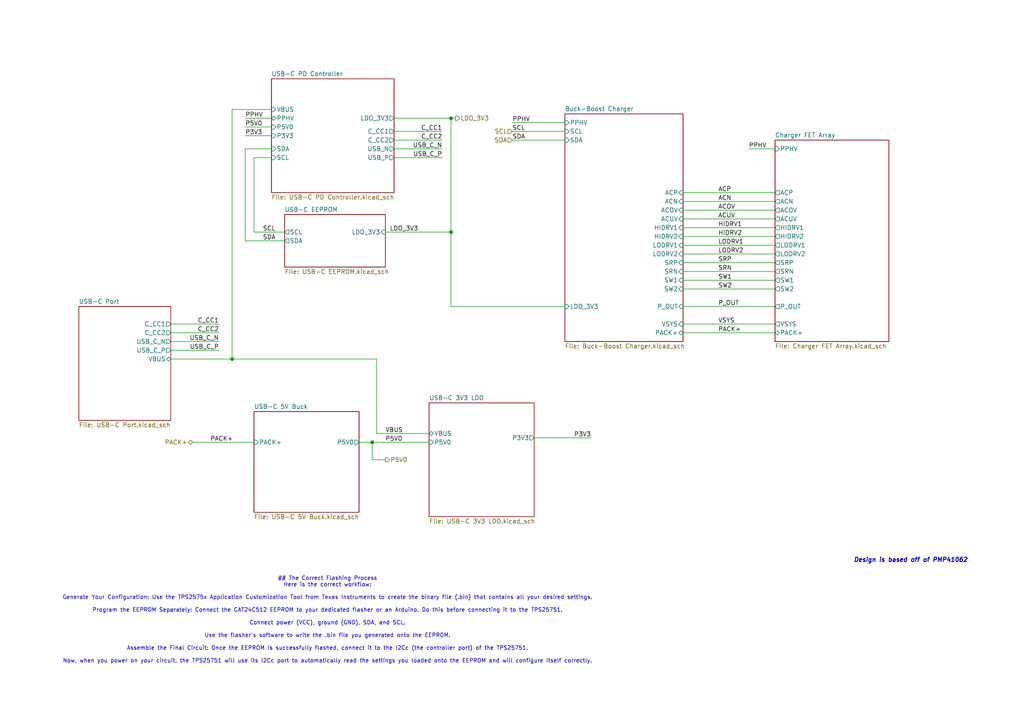
<source format=kicad_sch>
(kicad_sch
	(version 20250114)
	(generator "eeschema")
	(generator_version "9.0")
	(uuid "a07c6ed2-9c1e-47f0-8667-84577d69300d")
	(paper "A4")
	(lib_symbols)
	(text "Design is based off of PMP41062"
		(exclude_from_sim no)
		(at 264.16 162.56 0)
		(effects
			(font
				(size 1.27 1.27)
				(thickness 0.254)
				(bold yes)
				(italic yes)
			)
		)
		(uuid "9ebd4b4c-eb36-4e79-b3a9-2c5f7c6440e2")
	)
	(text "## The Correct Flashing Process\nHere is the correct workflow:\n\nGenerate Your Configuration: Use the TPS2575x Application Customization Tool from Texas Instruments to create the binary file (.bin) that contains all your desired settings.\n\nProgram the EEPROM Separately: Connect the CAT24C512 EEPROM to your dedicated flasher or an Arduino. Do this before connecting it to the TPS25751.\n\nConnect power (VCC), ground (GND), SDA, and SCL.\n\nUse the flasher's software to write the .bin file you generated onto the EEPROM.\n\nAssemble the Final Circuit: Once the EEPROM is successfully flashed, connect it to the I2Cc (the controller port) of the TPS25751.\n\nNow, when you power on your circuit, the TPS25751 will use its I2Cc port to automatically read the settings you loaded onto the EEPROM and will configure itself correctly."
		(exclude_from_sim no)
		(at 94.996 179.832 0)
		(effects
			(font
				(size 1.143 1.143)
			)
		)
		(uuid "d850ea21-8d68-4ef7-8295-fa9cd422aeea")
	)
	(junction
		(at 107.95 128.27)
		(diameter 0)
		(color 0 0 0 0)
		(uuid "3d9ed44d-fbe8-4a02-b882-9a60c3610a31")
	)
	(junction
		(at 130.81 67.31)
		(diameter 0)
		(color 0 0 0 0)
		(uuid "4b827c64-7a2a-4f4a-852c-1699de519126")
	)
	(junction
		(at 67.31 104.14)
		(diameter 0)
		(color 0 0 0 0)
		(uuid "9c89f3e8-c282-4b5d-b6aa-804652ca5709")
	)
	(junction
		(at 130.81 34.29)
		(diameter 0)
		(color 0 0 0 0)
		(uuid "bf7f86cd-ef8a-45ab-93a9-aeaf3f381e2c")
	)
	(wire
		(pts
			(xy 111.76 67.31) (xy 130.81 67.31)
		)
		(stroke
			(width 0)
			(type default)
		)
		(uuid "0a567867-f53f-47e2-a5dd-1556737e6340")
	)
	(wire
		(pts
			(xy 130.81 88.9) (xy 163.83 88.9)
		)
		(stroke
			(width 0)
			(type default)
		)
		(uuid "0ff9c88b-4edf-41e8-861c-dcd72f445795")
	)
	(wire
		(pts
			(xy 217.17 43.18) (xy 224.79 43.18)
		)
		(stroke
			(width 0)
			(type default)
		)
		(uuid "17b94930-09c0-4c20-be74-76bb6ea9e1fb")
	)
	(wire
		(pts
			(xy 49.53 96.52) (xy 63.5 96.52)
		)
		(stroke
			(width 0)
			(type default)
		)
		(uuid "1cf473e0-07f6-4411-9db0-1875bb73fb8e")
	)
	(wire
		(pts
			(xy 71.12 36.83) (xy 78.74 36.83)
		)
		(stroke
			(width 0)
			(type default)
		)
		(uuid "1e0566b0-c836-4aae-b889-df71453a9f2e")
	)
	(wire
		(pts
			(xy 198.12 83.82) (xy 224.79 83.82)
		)
		(stroke
			(width 0)
			(type default)
		)
		(uuid "1f4d109f-37f4-47be-9ef7-bcec1873008f")
	)
	(wire
		(pts
			(xy 154.94 127) (xy 171.45 127)
		)
		(stroke
			(width 0)
			(type default)
		)
		(uuid "250fa48b-3b76-44a2-ba4e-fb23c8d94272")
	)
	(wire
		(pts
			(xy 198.12 93.98) (xy 224.79 93.98)
		)
		(stroke
			(width 0)
			(type default)
		)
		(uuid "2730df7b-a8d0-4ff9-8495-f532eba31f02")
	)
	(wire
		(pts
			(xy 71.12 69.85) (xy 71.12 43.18)
		)
		(stroke
			(width 0)
			(type default)
		)
		(uuid "2d233a8f-11e8-46ff-a899-059c7813485b")
	)
	(wire
		(pts
			(xy 49.53 104.14) (xy 67.31 104.14)
		)
		(stroke
			(width 0)
			(type default)
		)
		(uuid "2e905276-62e9-403e-a9cb-6d2e5118f5d1")
	)
	(wire
		(pts
			(xy 114.3 40.64) (xy 128.27 40.64)
		)
		(stroke
			(width 0)
			(type default)
		)
		(uuid "3198b82e-4081-48c9-b8a4-48779be5e1ed")
	)
	(wire
		(pts
			(xy 198.12 96.52) (xy 224.79 96.52)
		)
		(stroke
			(width 0)
			(type default)
		)
		(uuid "3a14b117-16d4-404d-bf6c-508798c26ea7")
	)
	(wire
		(pts
			(xy 104.14 128.27) (xy 107.95 128.27)
		)
		(stroke
			(width 0)
			(type default)
		)
		(uuid "3b74caff-4753-413a-9dc9-a2dc99219fd4")
	)
	(wire
		(pts
			(xy 78.74 45.72) (xy 73.66 45.72)
		)
		(stroke
			(width 0)
			(type default)
		)
		(uuid "4d0a9d7f-988d-44ee-af08-27c7d4fd81a4")
	)
	(wire
		(pts
			(xy 78.74 31.75) (xy 67.31 31.75)
		)
		(stroke
			(width 0)
			(type default)
		)
		(uuid "4d8ce13f-ecbd-4376-8169-489078eb2fba")
	)
	(wire
		(pts
			(xy 198.12 81.28) (xy 224.79 81.28)
		)
		(stroke
			(width 0)
			(type default)
		)
		(uuid "4e6a029c-90fe-49a0-a5c6-6785d2f2e08c")
	)
	(wire
		(pts
			(xy 107.95 128.27) (xy 124.46 128.27)
		)
		(stroke
			(width 0)
			(type default)
		)
		(uuid "53ec6f18-24be-4625-a3f2-1d778a3e8cb9")
	)
	(wire
		(pts
			(xy 198.12 71.12) (xy 224.79 71.12)
		)
		(stroke
			(width 0)
			(type default)
		)
		(uuid "584c6327-dc6f-4f03-9e2c-1e54eaa32171")
	)
	(wire
		(pts
			(xy 73.66 67.31) (xy 82.55 67.31)
		)
		(stroke
			(width 0)
			(type default)
		)
		(uuid "5e4cb1b3-ebde-4c6e-852b-3a70133fd1b1")
	)
	(wire
		(pts
			(xy 71.12 39.37) (xy 78.74 39.37)
		)
		(stroke
			(width 0)
			(type default)
		)
		(uuid "6028e28b-14cb-4ecc-b1ca-ee1c13b11195")
	)
	(wire
		(pts
			(xy 198.12 63.5) (xy 224.79 63.5)
		)
		(stroke
			(width 0)
			(type default)
		)
		(uuid "613a01e6-80f8-45a4-a825-33a2c86558b8")
	)
	(wire
		(pts
			(xy 114.3 45.72) (xy 128.27 45.72)
		)
		(stroke
			(width 0)
			(type default)
		)
		(uuid "62717d2f-49d6-48f9-98fc-dfb893fde95e")
	)
	(wire
		(pts
			(xy 55.88 128.27) (xy 73.66 128.27)
		)
		(stroke
			(width 0)
			(type default)
		)
		(uuid "6f035944-1007-4cd0-aa42-41ad7842c4c8")
	)
	(wire
		(pts
			(xy 198.12 78.74) (xy 224.79 78.74)
		)
		(stroke
			(width 0)
			(type default)
		)
		(uuid "73da4967-8be3-4014-bc99-8530e47a62af")
	)
	(wire
		(pts
			(xy 49.53 101.6) (xy 63.5 101.6)
		)
		(stroke
			(width 0)
			(type default)
		)
		(uuid "7dac0dc7-6e42-433b-8363-6b73402caa8b")
	)
	(wire
		(pts
			(xy 71.12 43.18) (xy 78.74 43.18)
		)
		(stroke
			(width 0)
			(type default)
		)
		(uuid "8cd11125-47d9-415c-9f25-47cbb595d68c")
	)
	(wire
		(pts
			(xy 82.55 69.85) (xy 71.12 69.85)
		)
		(stroke
			(width 0)
			(type default)
		)
		(uuid "8d050464-7fdb-45b3-a52a-7ee564535ce3")
	)
	(wire
		(pts
			(xy 130.81 34.29) (xy 114.3 34.29)
		)
		(stroke
			(width 0)
			(type default)
		)
		(uuid "8eddd35d-6193-4389-9466-d24a1ca93376")
	)
	(wire
		(pts
			(xy 130.81 34.29) (xy 132.08 34.29)
		)
		(stroke
			(width 0)
			(type default)
		)
		(uuid "8fbf9282-97f6-4776-b265-afb590def957")
	)
	(wire
		(pts
			(xy 148.59 38.1) (xy 163.83 38.1)
		)
		(stroke
			(width 0)
			(type default)
		)
		(uuid "93f1311f-2e8d-48b8-abbb-00f940aba277")
	)
	(wire
		(pts
			(xy 67.31 31.75) (xy 67.31 104.14)
		)
		(stroke
			(width 0)
			(type default)
		)
		(uuid "97a2a423-273d-4c08-8f5b-4eb77ecc7601")
	)
	(wire
		(pts
			(xy 114.3 38.1) (xy 128.27 38.1)
		)
		(stroke
			(width 0)
			(type default)
		)
		(uuid "9a32332d-14ad-4170-a3e1-ea2831139978")
	)
	(wire
		(pts
			(xy 130.81 88.9) (xy 130.81 67.31)
		)
		(stroke
			(width 0)
			(type default)
		)
		(uuid "9bee54d9-1dda-4670-9b58-2f043472c760")
	)
	(wire
		(pts
			(xy 198.12 58.42) (xy 224.79 58.42)
		)
		(stroke
			(width 0)
			(type default)
		)
		(uuid "a67976cc-11a5-4ff5-8205-8eca9b3a2a85")
	)
	(wire
		(pts
			(xy 148.59 35.56) (xy 163.83 35.56)
		)
		(stroke
			(width 0)
			(type default)
		)
		(uuid "a77f21c4-4b4a-498b-a0da-b5f325b2567a")
	)
	(wire
		(pts
			(xy 49.53 93.98) (xy 63.5 93.98)
		)
		(stroke
			(width 0)
			(type default)
		)
		(uuid "ac309694-37c8-4f9f-a93d-0256894fdcba")
	)
	(wire
		(pts
			(xy 71.12 34.29) (xy 78.74 34.29)
		)
		(stroke
			(width 0)
			(type default)
		)
		(uuid "afde784a-7064-484c-812a-42c9d3c14d1f")
	)
	(wire
		(pts
			(xy 198.12 76.2) (xy 224.79 76.2)
		)
		(stroke
			(width 0)
			(type default)
		)
		(uuid "b310702a-c1b6-41d1-ba7a-04ccec99671f")
	)
	(wire
		(pts
			(xy 67.31 104.14) (xy 109.22 104.14)
		)
		(stroke
			(width 0)
			(type default)
		)
		(uuid "b477d757-7827-4f1e-b254-358d0d87c7a8")
	)
	(wire
		(pts
			(xy 107.95 128.27) (xy 107.95 133.35)
		)
		(stroke
			(width 0)
			(type default)
		)
		(uuid "baa2f28b-36dc-4e2b-848f-6650b64aec83")
	)
	(wire
		(pts
			(xy 198.12 73.66) (xy 224.79 73.66)
		)
		(stroke
			(width 0)
			(type default)
		)
		(uuid "bbc58cd0-e17a-4b8e-8cdf-6b58a4210014")
	)
	(wire
		(pts
			(xy 107.95 133.35) (xy 111.76 133.35)
		)
		(stroke
			(width 0)
			(type default)
		)
		(uuid "bc2e9cc1-5410-471c-b622-b2ad8d02917d")
	)
	(wire
		(pts
			(xy 198.12 68.58) (xy 224.79 68.58)
		)
		(stroke
			(width 0)
			(type default)
		)
		(uuid "cad668bf-2780-43c6-8c7a-e50e5415329a")
	)
	(wire
		(pts
			(xy 73.66 45.72) (xy 73.66 67.31)
		)
		(stroke
			(width 0)
			(type default)
		)
		(uuid "cd3f8c4f-9057-4668-97e2-b4350cddc192")
	)
	(wire
		(pts
			(xy 198.12 66.04) (xy 224.79 66.04)
		)
		(stroke
			(width 0)
			(type default)
		)
		(uuid "d0f9b584-98b4-4903-9a02-9bfabb0238bd")
	)
	(wire
		(pts
			(xy 198.12 60.96) (xy 224.79 60.96)
		)
		(stroke
			(width 0)
			(type default)
		)
		(uuid "d27b5bf8-43fe-4a62-9b96-22af7bc3d096")
	)
	(wire
		(pts
			(xy 109.22 125.73) (xy 124.46 125.73)
		)
		(stroke
			(width 0)
			(type default)
		)
		(uuid "d37f07e5-8dc1-4bc8-9378-8418713d2059")
	)
	(wire
		(pts
			(xy 130.81 67.31) (xy 130.81 34.29)
		)
		(stroke
			(width 0)
			(type default)
		)
		(uuid "d40a457d-8aac-4e13-b763-964f1491f767")
	)
	(wire
		(pts
			(xy 49.53 99.06) (xy 63.5 99.06)
		)
		(stroke
			(width 0)
			(type default)
		)
		(uuid "d87fb7aa-13cd-456b-9486-c83ac452a2cd")
	)
	(wire
		(pts
			(xy 198.12 55.88) (xy 224.79 55.88)
		)
		(stroke
			(width 0)
			(type default)
		)
		(uuid "d9924f8d-4d1b-44a4-8be0-75987ca37e9e")
	)
	(wire
		(pts
			(xy 114.3 43.18) (xy 128.27 43.18)
		)
		(stroke
			(width 0)
			(type default)
		)
		(uuid "e5b45678-0c50-46e6-aab2-89ca5cdaaf79")
	)
	(wire
		(pts
			(xy 148.59 40.64) (xy 163.83 40.64)
		)
		(stroke
			(width 0)
			(type default)
		)
		(uuid "ee645254-cad8-4a07-a7f2-ce2b2dc6b6e5")
	)
	(wire
		(pts
			(xy 109.22 104.14) (xy 109.22 125.73)
		)
		(stroke
			(width 0)
			(type default)
		)
		(uuid "f743f35c-5dd3-4307-8c5a-ead2cc30b940")
	)
	(wire
		(pts
			(xy 198.12 88.9) (xy 224.79 88.9)
		)
		(stroke
			(width 0)
			(type default)
		)
		(uuid "f798cabc-e3b2-4c24-8656-546b8501d7d2")
	)
	(label "SW2"
		(at 208.28 83.82 0)
		(effects
			(font
				(size 1.27 1.27)
			)
			(justify left bottom)
		)
		(uuid "05ae4cb9-8c21-4711-a98b-c681a5bf6a0e")
	)
	(label "USB_C_N"
		(at 128.27 43.18 180)
		(effects
			(font
				(size 1.27 1.27)
			)
			(justify right bottom)
		)
		(uuid "1020edf8-9b85-4a6b-b633-449270a0f785")
	)
	(label "C_CC1"
		(at 128.27 38.1 180)
		(effects
			(font
				(size 1.27 1.27)
			)
			(justify right bottom)
		)
		(uuid "1893ba94-1c43-4d55-90dc-fb3027264e39")
	)
	(label "USB_C_P"
		(at 63.5 101.6 180)
		(effects
			(font
				(size 1.27 1.27)
			)
			(justify right bottom)
		)
		(uuid "214fb09a-ad32-49e7-a9ba-a05834cc3920")
	)
	(label "ACP"
		(at 208.28 55.88 0)
		(effects
			(font
				(size 1.27 1.27)
			)
			(justify left bottom)
		)
		(uuid "2c402a74-5f69-49d0-9b08-6a7d3251eeff")
	)
	(label "P3V3"
		(at 71.12 39.37 0)
		(effects
			(font
				(size 1.27 1.27)
			)
			(justify left bottom)
		)
		(uuid "35a81ad6-e9eb-4aef-9eb1-eed350452319")
	)
	(label "SRP"
		(at 208.28 76.2 0)
		(effects
			(font
				(size 1.27 1.27)
			)
			(justify left bottom)
		)
		(uuid "3c49e473-bb3e-4c3d-8a33-53afd32577dd")
	)
	(label "PPHV"
		(at 217.17 43.18 0)
		(effects
			(font
				(size 1.27 1.27)
			)
			(justify left bottom)
		)
		(uuid "40e27420-6a9f-4650-81ea-d44b60fece45")
	)
	(label "SDA"
		(at 76.2 69.85 0)
		(effects
			(font
				(size 1.27 1.27)
			)
			(justify left bottom)
		)
		(uuid "49c12e69-74f9-4c34-871b-6634c57fa13b")
	)
	(label "PPHV"
		(at 148.59 35.56 0)
		(effects
			(font
				(size 1.27 1.27)
			)
			(justify left bottom)
		)
		(uuid "4f29fe31-6935-4858-85d3-523159f361e3")
	)
	(label "USB_C_P"
		(at 128.27 45.72 180)
		(effects
			(font
				(size 1.27 1.27)
			)
			(justify right bottom)
		)
		(uuid "524e4fb0-4ed1-4156-a2cf-3de1b7083495")
	)
	(label "P_OUT"
		(at 208.28 88.9 0)
		(effects
			(font
				(size 1.27 1.27)
			)
			(justify left bottom)
		)
		(uuid "5400e47b-eca0-48a4-9be4-44f05fbb6037")
	)
	(label "PPHV"
		(at 71.12 34.29 0)
		(effects
			(font
				(size 1.27 1.27)
			)
			(justify left bottom)
		)
		(uuid "611059ef-2c2b-465d-a976-df199fcb0274")
	)
	(label "SW1"
		(at 208.28 81.28 0)
		(effects
			(font
				(size 1.27 1.27)
			)
			(justify left bottom)
		)
		(uuid "6c77525d-9d68-49ca-9fd0-f336bb001c8e")
	)
	(label "ACN"
		(at 208.28 58.42 0)
		(effects
			(font
				(size 1.27 1.27)
			)
			(justify left bottom)
		)
		(uuid "6d7b3c70-251a-4aa6-9cd3-f2cd0554b900")
	)
	(label "VBUS"
		(at 111.76 125.73 0)
		(effects
			(font
				(size 1.27 1.27)
			)
			(justify left bottom)
		)
		(uuid "703e7612-7aa6-461a-a0a7-7e068d1654ed")
	)
	(label "VSYS"
		(at 208.28 93.98 0)
		(effects
			(font
				(size 1.27 1.27)
			)
			(justify left bottom)
		)
		(uuid "74afd613-4005-44e8-be86-23fe05f3c111")
	)
	(label "SCL"
		(at 76.2 67.31 0)
		(effects
			(font
				(size 1.27 1.27)
			)
			(justify left bottom)
		)
		(uuid "792e8ccc-abbb-4808-8dc9-60e7ffc72064")
	)
	(label "ACOV"
		(at 208.28 60.96 0)
		(effects
			(font
				(size 1.27 1.27)
			)
			(justify left bottom)
		)
		(uuid "876cb91d-3b66-48e2-bdf1-40032db60739")
	)
	(label "P3V3"
		(at 171.45 127 180)
		(effects
			(font
				(size 1.27 1.27)
			)
			(justify right bottom)
		)
		(uuid "8e9a3fd4-41e1-4cbf-a865-9a640e39c8da")
	)
	(label "HIDRV1"
		(at 208.28 66.04 0)
		(effects
			(font
				(size 1.27 1.27)
			)
			(justify left bottom)
		)
		(uuid "930f8aba-f71f-4657-ad00-51e40898fc55")
	)
	(label "LODRV1"
		(at 208.28 71.12 0)
		(effects
			(font
				(size 1.27 1.27)
			)
			(justify left bottom)
		)
		(uuid "9392fa8f-9614-4a69-a2b7-c453288240f7")
	)
	(label "HIDRV2"
		(at 208.28 68.58 0)
		(effects
			(font
				(size 1.27 1.27)
			)
			(justify left bottom)
		)
		(uuid "987030ee-e05c-4d6a-913c-e8414cec0ddd")
	)
	(label "PACK+"
		(at 208.28 96.52 0)
		(effects
			(font
				(size 1.27 1.27)
			)
			(justify left bottom)
		)
		(uuid "9cd6b126-5d30-4a8f-9c14-da198572cd72")
	)
	(label "P5V0"
		(at 111.76 128.27 0)
		(effects
			(font
				(size 1.27 1.27)
			)
			(justify left bottom)
		)
		(uuid "9ec3e587-7c05-4e56-9028-310923bc7c6e")
	)
	(label "P5V0"
		(at 71.12 36.83 0)
		(effects
			(font
				(size 1.27 1.27)
			)
			(justify left bottom)
		)
		(uuid "ac2ae6d5-9241-402a-8637-3520326f9f02")
	)
	(label "SCL"
		(at 148.59 38.1 0)
		(effects
			(font
				(size 1.27 1.27)
			)
			(justify left bottom)
		)
		(uuid "bdcef17b-15be-4b9f-89ce-a84d844474e9")
	)
	(label "C_CC1"
		(at 63.5 93.98 180)
		(effects
			(font
				(size 1.27 1.27)
			)
			(justify right bottom)
		)
		(uuid "bdfa2021-b8af-4360-a0db-d4ee382eb5c8")
	)
	(label "SDA"
		(at 148.59 40.64 0)
		(effects
			(font
				(size 1.27 1.27)
			)
			(justify left bottom)
		)
		(uuid "be04c0b1-2695-48ab-a057-2cf3bb095e8c")
	)
	(label "SRN"
		(at 208.28 78.74 0)
		(effects
			(font
				(size 1.27 1.27)
			)
			(justify left bottom)
		)
		(uuid "bf14dfa8-0e2e-4fc3-be6a-04a3e5189c80")
	)
	(label "C_CC2"
		(at 128.27 40.64 180)
		(effects
			(font
				(size 1.27 1.27)
			)
			(justify right bottom)
		)
		(uuid "caa61866-2a76-41aa-b799-dfaec42deb8f")
	)
	(label "PACK+"
		(at 60.96 128.27 0)
		(effects
			(font
				(size 1.27 1.27)
			)
			(justify left bottom)
		)
		(uuid "cf8e4844-c85d-48e0-8fa2-9a4a3ec36c3b")
	)
	(label "ACUV"
		(at 208.28 63.5 0)
		(effects
			(font
				(size 1.27 1.27)
			)
			(justify left bottom)
		)
		(uuid "d6689a6c-76e3-42de-b4e4-9faeda3c2209")
	)
	(label "USB_C_N"
		(at 63.5 99.06 180)
		(effects
			(font
				(size 1.27 1.27)
			)
			(justify right bottom)
		)
		(uuid "d6c926b9-fa3f-43b1-8f0f-be9477a2d97c")
	)
	(label "LDO_3V3"
		(at 113.03 67.31 0)
		(effects
			(font
				(size 1.27 1.27)
			)
			(justify left bottom)
		)
		(uuid "dd3d1bb9-54dd-48d3-bbe9-8a5bc5ca4e46")
	)
	(label "LODRV2"
		(at 208.28 73.66 0)
		(effects
			(font
				(size 1.27 1.27)
			)
			(justify left bottom)
		)
		(uuid "e12255af-9c38-49db-8538-c31047c848f4")
	)
	(label "C_CC2"
		(at 63.5 96.52 180)
		(effects
			(font
				(size 1.27 1.27)
			)
			(justify right bottom)
		)
		(uuid "fba3e54b-4fff-4052-953e-b96ed7f748a2")
	)
	(hierarchical_label "P5V0"
		(shape output)
		(at 111.76 133.35 0)
		(effects
			(font
				(size 1.27 1.27)
			)
			(justify left)
		)
		(uuid "1957095e-1778-4aa2-8317-cbd43a92a013")
	)
	(hierarchical_label "SDA"
		(shape input)
		(at 148.59 40.64 180)
		(effects
			(font
				(size 1.27 1.27)
			)
			(justify right)
		)
		(uuid "1a3ad5fc-13cf-4f43-801a-bc267a445a90")
	)
	(hierarchical_label "PACK+"
		(shape bidirectional)
		(at 55.88 128.27 180)
		(effects
			(font
				(size 1.27 1.27)
			)
			(justify right)
		)
		(uuid "51130d77-ecb2-43ec-9e5b-b03b4bb7177a")
	)
	(hierarchical_label "SCL"
		(shape input)
		(at 148.59 38.1 180)
		(effects
			(font
				(size 1.27 1.27)
			)
			(justify right)
		)
		(uuid "ded3e603-e5a8-4572-801a-3c26be4958ef")
	)
	(hierarchical_label "LDO_3V3"
		(shape output)
		(at 132.08 34.29 0)
		(effects
			(font
				(size 1.27 1.27)
			)
			(justify left)
		)
		(uuid "f0a7aab8-50fd-4925-abbb-d40ae3580a0e")
	)
	(sheet
		(at 124.46 116.84)
		(size 30.48 33.02)
		(exclude_from_sim no)
		(in_bom yes)
		(on_board yes)
		(dnp no)
		(fields_autoplaced yes)
		(stroke
			(width 0.1524)
			(type solid)
		)
		(fill
			(color 0 0 0 0.0000)
		)
		(uuid "020614fe-6171-4ea0-a28e-58c67e69c732")
		(property "Sheetname" "USB-C 3V3 LDO"
			(at 124.46 116.1284 0)
			(effects
				(font
					(size 1.27 1.27)
				)
				(justify left bottom)
			)
		)
		(property "Sheetfile" "USB-C 3V3 LDO.kicad_sch"
			(at 124.46 150.4446 0)
			(effects
				(font
					(size 1.27 1.27)
				)
				(justify left top)
			)
		)
		(pin "VBUS" bidirectional
			(at 124.46 125.73 180)
			(uuid "8c8ede33-d2ac-4037-b3ef-e4edbc61be90")
			(effects
				(font
					(size 1.27 1.27)
				)
				(justify left)
			)
		)
		(pin "P5V0" input
			(at 124.46 128.27 180)
			(uuid "3fd2014a-ae4c-49f0-a655-34e6d1522587")
			(effects
				(font
					(size 1.27 1.27)
				)
				(justify left)
			)
		)
		(pin "P3V3" output
			(at 154.94 127 0)
			(uuid "e7db7709-9f28-4c62-b2d6-e75c8f15fd84")
			(effects
				(font
					(size 1.27 1.27)
				)
				(justify right)
			)
		)
		(instances
			(project "STAR"
				(path "/fc8533bc-25dd-4c20-9b4c-ffebebd6739b/ec72a35b-e7f2-4422-8859-60e9fb848154"
					(page "16")
				)
			)
		)
	)
	(sheet
		(at 163.83 33.02)
		(size 34.29 66.04)
		(exclude_from_sim no)
		(in_bom yes)
		(on_board yes)
		(dnp no)
		(fields_autoplaced yes)
		(stroke
			(width 0.1524)
			(type solid)
		)
		(fill
			(color 0 0 0 0.0000)
		)
		(uuid "6f9fe965-58a5-4a06-b6b6-8090ff5dc05f")
		(property "Sheetname" "Buck-Boost Charger"
			(at 163.83 32.3084 0)
			(effects
				(font
					(size 1.27 1.27)
				)
				(justify left bottom)
			)
		)
		(property "Sheetfile" "Buck-Boost Charger.kicad_sch"
			(at 163.83 99.6446 0)
			(effects
				(font
					(size 1.27 1.27)
				)
				(justify left top)
			)
		)
		(pin "LODRV2" input
			(at 198.12 73.66 0)
			(uuid "8cfa87a6-c4fa-4afd-979c-4956aaf4b45a")
			(effects
				(font
					(size 1.27 1.27)
				)
				(justify right)
			)
		)
		(pin "SDA" input
			(at 163.83 40.64 180)
			(uuid "1be88b20-84c7-4744-b5e4-edcdad29b7cf")
			(effects
				(font
					(size 1.27 1.27)
				)
				(justify left)
			)
		)
		(pin "P_OUT" input
			(at 198.12 88.9 0)
			(uuid "c80b0be5-68b4-4dea-835f-e3b87508bc46")
			(effects
				(font
					(size 1.27 1.27)
				)
				(justify right)
			)
		)
		(pin "PACK+" bidirectional
			(at 198.12 96.52 0)
			(uuid "36b1ad27-3a7b-4a58-9281-9ffe027e686d")
			(effects
				(font
					(size 1.27 1.27)
				)
				(justify right)
			)
		)
		(pin "ACN" input
			(at 198.12 58.42 0)
			(uuid "db196490-4cb8-4e55-b3d8-33a684ef3cae")
			(effects
				(font
					(size 1.27 1.27)
				)
				(justify right)
			)
		)
		(pin "ACUV" input
			(at 198.12 63.5 0)
			(uuid "8dff19f5-ea66-4619-9d83-55b1b0f3df69")
			(effects
				(font
					(size 1.27 1.27)
				)
				(justify right)
			)
		)
		(pin "SRP" input
			(at 198.12 76.2 0)
			(uuid "9026f3d9-32e5-4d4e-90f0-3bb82003bc63")
			(effects
				(font
					(size 1.27 1.27)
				)
				(justify right)
			)
		)
		(pin "VSYS" input
			(at 198.12 93.98 0)
			(uuid "d0c18277-a4b7-4ea5-a422-29f7301d7a51")
			(effects
				(font
					(size 1.27 1.27)
				)
				(justify right)
			)
		)
		(pin "HIDRV2" input
			(at 198.12 68.58 0)
			(uuid "7d392bf1-9fb4-4567-b2b0-e6988570c313")
			(effects
				(font
					(size 1.27 1.27)
				)
				(justify right)
			)
		)
		(pin "SW2" input
			(at 198.12 83.82 0)
			(uuid "b72aa46f-f316-4a82-ad34-2c3369d00b31")
			(effects
				(font
					(size 1.27 1.27)
				)
				(justify right)
			)
		)
		(pin "LODRV1" input
			(at 198.12 71.12 0)
			(uuid "1b1cc0ea-938a-4896-a893-d26aaa726225")
			(effects
				(font
					(size 1.27 1.27)
				)
				(justify right)
			)
		)
		(pin "LDO_3V3" input
			(at 163.83 88.9 180)
			(uuid "b58896a8-de00-4e13-9f1e-02ae4ad7401c")
			(effects
				(font
					(size 1.27 1.27)
				)
				(justify left)
			)
		)
		(pin "HIDRV1" input
			(at 198.12 66.04 0)
			(uuid "a427ad5b-36ca-4f84-9e4e-dc462f90e43f")
			(effects
				(font
					(size 1.27 1.27)
				)
				(justify right)
			)
		)
		(pin "ACOV" input
			(at 198.12 60.96 0)
			(uuid "f65a62e5-b106-4eb3-96ab-8ebdb5c88855")
			(effects
				(font
					(size 1.27 1.27)
				)
				(justify right)
			)
		)
		(pin "PPHV" input
			(at 163.83 35.56 180)
			(uuid "ee1d6b7c-5f6e-47d2-bdc9-8171e7a0d11a")
			(effects
				(font
					(size 1.27 1.27)
				)
				(justify left)
			)
		)
		(pin "SW1" input
			(at 198.12 81.28 0)
			(uuid "dab42936-86d6-431e-b6da-a0b7bf7ed94e")
			(effects
				(font
					(size 1.27 1.27)
				)
				(justify right)
			)
		)
		(pin "SRN" input
			(at 198.12 78.74 0)
			(uuid "23347e3d-c9f3-4cb7-9622-65d99789b395")
			(effects
				(font
					(size 1.27 1.27)
				)
				(justify right)
			)
		)
		(pin "ACP" input
			(at 198.12 55.88 0)
			(uuid "b725dee8-03c7-4521-b1bd-220ace33ae72")
			(effects
				(font
					(size 1.27 1.27)
				)
				(justify right)
			)
		)
		(pin "SCL" input
			(at 163.83 38.1 180)
			(uuid "a3f7a0ef-68a1-4209-bf70-9abd8a0d900c")
			(effects
				(font
					(size 1.27 1.27)
				)
				(justify left)
			)
		)
		(instances
			(project "STAR"
				(path "/fc8533bc-25dd-4c20-9b4c-ffebebd6739b/ec72a35b-e7f2-4422-8859-60e9fb848154"
					(page "17")
				)
			)
		)
	)
	(sheet
		(at 224.79 40.64)
		(size 33.02 58.42)
		(exclude_from_sim no)
		(in_bom yes)
		(on_board yes)
		(dnp no)
		(fields_autoplaced yes)
		(stroke
			(width 0.1524)
			(type solid)
		)
		(fill
			(color 0 0 0 0.0000)
		)
		(uuid "9fb42b36-af5a-430a-ae71-09fe6d8fbe9c")
		(property "Sheetname" "Charger FET Array"
			(at 224.79 39.9284 0)
			(effects
				(font
					(size 1.27 1.27)
				)
				(justify left bottom)
			)
		)
		(property "Sheetfile" "Charger FET Array.kicad_sch"
			(at 224.79 99.6446 0)
			(effects
				(font
					(size 1.27 1.27)
				)
				(justify left top)
			)
		)
		(pin "ACN" output
			(at 224.79 58.42 180)
			(uuid "243cdd8e-98ad-4920-b204-72cf40ab4eaa")
			(effects
				(font
					(size 1.27 1.27)
				)
				(justify left)
			)
		)
		(pin "ACOV" output
			(at 224.79 60.96 180)
			(uuid "9d9b7cdc-0bba-4545-a094-9a6ae968cf05")
			(effects
				(font
					(size 1.27 1.27)
				)
				(justify left)
			)
		)
		(pin "ACP" output
			(at 224.79 55.88 180)
			(uuid "6e9f8506-80d8-4905-9ef2-735d0fab16a8")
			(effects
				(font
					(size 1.27 1.27)
				)
				(justify left)
			)
		)
		(pin "ACUV" output
			(at 224.79 63.5 180)
			(uuid "b877e4e1-35fb-4528-bf01-1b3d1941c15b")
			(effects
				(font
					(size 1.27 1.27)
				)
				(justify left)
			)
		)
		(pin "HIDRV1" output
			(at 224.79 66.04 180)
			(uuid "32baa85b-ce5e-421c-9d20-468990eb5603")
			(effects
				(font
					(size 1.27 1.27)
				)
				(justify left)
			)
		)
		(pin "HIDRV2" output
			(at 224.79 68.58 180)
			(uuid "c85435a4-7b40-4084-93f0-444f86e9e3b8")
			(effects
				(font
					(size 1.27 1.27)
				)
				(justify left)
			)
		)
		(pin "LODRV1" output
			(at 224.79 71.12 180)
			(uuid "70c3b2a1-aa66-4871-b7a4-35aa3e8d9ab5")
			(effects
				(font
					(size 1.27 1.27)
				)
				(justify left)
			)
		)
		(pin "LODRV2" output
			(at 224.79 73.66 180)
			(uuid "524efb67-4b1e-4c7b-9c4e-a564988ab791")
			(effects
				(font
					(size 1.27 1.27)
				)
				(justify left)
			)
		)
		(pin "PACK+" bidirectional
			(at 224.79 96.52 180)
			(uuid "37555968-6a6d-4967-b63f-5051ebef8162")
			(effects
				(font
					(size 1.27 1.27)
				)
				(justify left)
			)
		)
		(pin "PPHV" input
			(at 224.79 43.18 180)
			(uuid "d30f4a12-0826-44ef-bae1-0664543de606")
			(effects
				(font
					(size 1.27 1.27)
				)
				(justify left)
			)
		)
		(pin "P_OUT" output
			(at 224.79 88.9 180)
			(uuid "4a9817cf-ec31-4b84-9189-2a424c46252d")
			(effects
				(font
					(size 1.27 1.27)
				)
				(justify left)
			)
		)
		(pin "SRN" output
			(at 224.79 78.74 180)
			(uuid "15f2cca2-267c-42d1-a615-c4da0a05a52e")
			(effects
				(font
					(size 1.27 1.27)
				)
				(justify left)
			)
		)
		(pin "SRP" output
			(at 224.79 76.2 180)
			(uuid "68b2dd91-a8f9-4aaa-982e-2957d9f435de")
			(effects
				(font
					(size 1.27 1.27)
				)
				(justify left)
			)
		)
		(pin "SW1" output
			(at 224.79 81.28 180)
			(uuid "d1b9b77b-b419-468d-8629-87d0a76a21bc")
			(effects
				(font
					(size 1.27 1.27)
				)
				(justify left)
			)
		)
		(pin "SW2" output
			(at 224.79 83.82 180)
			(uuid "227e82c2-0649-4862-a9fa-0e37744c082d")
			(effects
				(font
					(size 1.27 1.27)
				)
				(justify left)
			)
		)
		(pin "VSYS" output
			(at 224.79 93.98 180)
			(uuid "7eec1140-0a87-41d4-898a-26eff4ffa7b0")
			(effects
				(font
					(size 1.27 1.27)
				)
				(justify left)
			)
		)
		(instances
			(project "STAR"
				(path "/fc8533bc-25dd-4c20-9b4c-ffebebd6739b/ec72a35b-e7f2-4422-8859-60e9fb848154"
					(page "19")
				)
			)
		)
	)
	(sheet
		(at 78.74 22.86)
		(size 35.56 33.02)
		(exclude_from_sim no)
		(in_bom yes)
		(on_board yes)
		(dnp no)
		(fields_autoplaced yes)
		(stroke
			(width 0.1524)
			(type solid)
		)
		(fill
			(color 0 0 0 0.0000)
		)
		(uuid "b3612068-8c8c-481f-99d3-d6528c245904")
		(property "Sheetname" "USB-C PD Controller"
			(at 78.74 22.1484 0)
			(effects
				(font
					(size 1.27 1.27)
				)
				(justify left bottom)
			)
		)
		(property "Sheetfile" "USB-C PD Controller.kicad_sch"
			(at 78.74 56.4646 0)
			(effects
				(font
					(size 1.27 1.27)
				)
				(justify left top)
			)
		)
		(pin "P5V0" input
			(at 78.74 36.83 180)
			(uuid "5723cb34-3613-4028-9ea4-6d139a83b5bd")
			(effects
				(font
					(size 1.27 1.27)
				)
				(justify left)
			)
		)
		(pin "C_CC2" output
			(at 114.3 40.64 0)
			(uuid "47cbb5c6-32e0-481e-af35-8b5080bf127b")
			(effects
				(font
					(size 1.27 1.27)
				)
				(justify right)
			)
		)
		(pin "SCL" input
			(at 78.74 45.72 180)
			(uuid "44634c37-27a5-425d-b508-5e9f6e57a98a")
			(effects
				(font
					(size 1.27 1.27)
				)
				(justify left)
			)
		)
		(pin "USB_P" output
			(at 114.3 45.72 0)
			(uuid "b842cf7e-17da-44d9-af4b-8f861e6fc273")
			(effects
				(font
					(size 1.27 1.27)
				)
				(justify right)
			)
		)
		(pin "USB_N" output
			(at 114.3 43.18 0)
			(uuid "cd67fcfe-839e-49eb-badb-cd10db91d06f")
			(effects
				(font
					(size 1.27 1.27)
				)
				(justify right)
			)
		)
		(pin "SDA" input
			(at 78.74 43.18 180)
			(uuid "edead1d1-0837-483c-9d8c-1632894189e6")
			(effects
				(font
					(size 1.27 1.27)
				)
				(justify left)
			)
		)
		(pin "C_CC1" output
			(at 114.3 38.1 0)
			(uuid "1149dd44-602e-4176-b783-1a9cbb2cc807")
			(effects
				(font
					(size 1.27 1.27)
				)
				(justify right)
			)
		)
		(pin "PPHV" bidirectional
			(at 78.74 34.29 180)
			(uuid "4d4360dd-4062-43d2-ac3b-d5e0f07b209a")
			(effects
				(font
					(size 1.27 1.27)
				)
				(justify left)
			)
		)
		(pin "VBUS" input
			(at 78.74 31.75 180)
			(uuid "615c10c5-7319-4817-94d9-03da6c866490")
			(effects
				(font
					(size 1.27 1.27)
				)
				(justify left)
			)
		)
		(pin "LDO_3V3" output
			(at 114.3 34.29 0)
			(uuid "84db1cd5-1b61-4ef5-a98c-de7040a26972")
			(effects
				(font
					(size 1.27 1.27)
				)
				(justify right)
			)
		)
		(pin "P3V3" input
			(at 78.74 39.37 180)
			(uuid "24e2dba8-9b15-4a72-8bc5-891ae70b98cf")
			(effects
				(font
					(size 1.27 1.27)
				)
				(justify left)
			)
		)
		(instances
			(project "STAR"
				(path "/fc8533bc-25dd-4c20-9b4c-ffebebd6739b/ec72a35b-e7f2-4422-8859-60e9fb848154"
					(page "14")
				)
			)
		)
	)
	(sheet
		(at 82.55 62.23)
		(size 29.21 15.24)
		(exclude_from_sim no)
		(in_bom yes)
		(on_board yes)
		(dnp no)
		(fields_autoplaced yes)
		(stroke
			(width 0.1524)
			(type solid)
		)
		(fill
			(color 0 0 0 0.0000)
		)
		(uuid "c75e3b3c-5e7c-48a1-b9c1-6d22fff06a0f")
		(property "Sheetname" "USB-C EEPROM"
			(at 82.55 61.5184 0)
			(effects
				(font
					(size 1.27 1.27)
				)
				(justify left bottom)
			)
		)
		(property "Sheetfile" "USB-C EEPROM.kicad_sch"
			(at 82.55 78.0546 0)
			(effects
				(font
					(size 1.27 1.27)
				)
				(justify left top)
			)
		)
		(pin "SCL" output
			(at 82.55 67.31 180)
			(uuid "e42a0f4c-901f-41ea-b258-fee24a81f56e")
			(effects
				(font
					(size 1.27 1.27)
				)
				(justify left)
			)
		)
		(pin "SDA" output
			(at 82.55 69.85 180)
			(uuid "48eaff4e-ecb1-4cc7-b815-b3136a31422e")
			(effects
				(font
					(size 1.27 1.27)
				)
				(justify left)
			)
		)
		(pin "LDO_3V3" input
			(at 111.76 67.31 0)
			(uuid "8cfa5a21-8992-4fb5-b5ca-9e63bd979cf5")
			(effects
				(font
					(size 1.27 1.27)
				)
				(justify right)
			)
		)
		(instances
			(project "STAR"
				(path "/fc8533bc-25dd-4c20-9b4c-ffebebd6739b/ec72a35b-e7f2-4422-8859-60e9fb848154"
					(page "15")
				)
			)
		)
	)
	(sheet
		(at 73.66 119.38)
		(size 30.48 29.21)
		(exclude_from_sim no)
		(in_bom yes)
		(on_board yes)
		(dnp no)
		(fields_autoplaced yes)
		(stroke
			(width 0.1524)
			(type solid)
		)
		(fill
			(color 0 0 0 0.0000)
		)
		(uuid "e37625a4-4166-4d08-b145-52540d65bd12")
		(property "Sheetname" "USB-C 5V Buck"
			(at 73.66 118.6684 0)
			(effects
				(font
					(size 1.27 1.27)
				)
				(justify left bottom)
			)
		)
		(property "Sheetfile" "USB-C 5V Buck.kicad_sch"
			(at 73.66 149.1746 0)
			(effects
				(font
					(size 1.27 1.27)
				)
				(justify left top)
			)
		)
		(pin "PACK+" input
			(at 73.66 128.27 180)
			(uuid "1fdcf2a3-c9b8-4f14-a186-2946ea6655ec")
			(effects
				(font
					(size 1.27 1.27)
				)
				(justify left)
			)
		)
		(pin "P5V0" output
			(at 104.14 128.27 0)
			(uuid "d1836d5a-a885-48d6-b40a-b3bbd358ae9e")
			(effects
				(font
					(size 1.27 1.27)
				)
				(justify right)
			)
		)
		(instances
			(project "STAR"
				(path "/fc8533bc-25dd-4c20-9b4c-ffebebd6739b/ec72a35b-e7f2-4422-8859-60e9fb848154"
					(page "18")
				)
			)
		)
	)
	(sheet
		(at 22.86 88.9)
		(size 26.67 33.02)
		(exclude_from_sim no)
		(in_bom yes)
		(on_board yes)
		(dnp no)
		(fields_autoplaced yes)
		(stroke
			(width 0.1524)
			(type solid)
		)
		(fill
			(color 0 0 0 0.0000)
		)
		(uuid "f6f5f8c2-3fe5-486c-93b1-10011acff681")
		(property "Sheetname" "USB-C Port"
			(at 22.86 88.1884 0)
			(effects
				(font
					(size 1.27 1.27)
				)
				(justify left bottom)
			)
		)
		(property "Sheetfile" "USB-C Port.kicad_sch"
			(at 22.86 122.5046 0)
			(effects
				(font
					(size 1.27 1.27)
				)
				(justify left top)
			)
		)
		(pin "C_CC1" output
			(at 49.53 93.98 0)
			(uuid "ddc0d92a-c384-41de-a4c2-43ae52b74f54")
			(effects
				(font
					(size 1.27 1.27)
				)
				(justify right)
			)
		)
		(pin "C_CC2" output
			(at 49.53 96.52 0)
			(uuid "b474c0de-f3e0-4846-9170-2736e289fd06")
			(effects
				(font
					(size 1.27 1.27)
				)
				(justify right)
			)
		)
		(pin "USB_C_N" output
			(at 49.53 99.06 0)
			(uuid "6498ab92-bdba-4812-a587-2daa61f71697")
			(effects
				(font
					(size 1.27 1.27)
				)
				(justify right)
			)
		)
		(pin "USB_C_P" output
			(at 49.53 101.6 0)
			(uuid "a986a641-807a-4305-a3a1-fd59260ab4bf")
			(effects
				(font
					(size 1.27 1.27)
				)
				(justify right)
			)
		)
		(pin "VBUS" bidirectional
			(at 49.53 104.14 0)
			(uuid "60f76068-ee50-414d-aae0-d20e82c7ea85")
			(effects
				(font
					(size 1.27 1.27)
				)
				(justify right)
			)
		)
		(instances
			(project "STAR"
				(path "/fc8533bc-25dd-4c20-9b4c-ffebebd6739b/ec72a35b-e7f2-4422-8859-60e9fb848154"
					(page "13")
				)
			)
		)
	)
)

</source>
